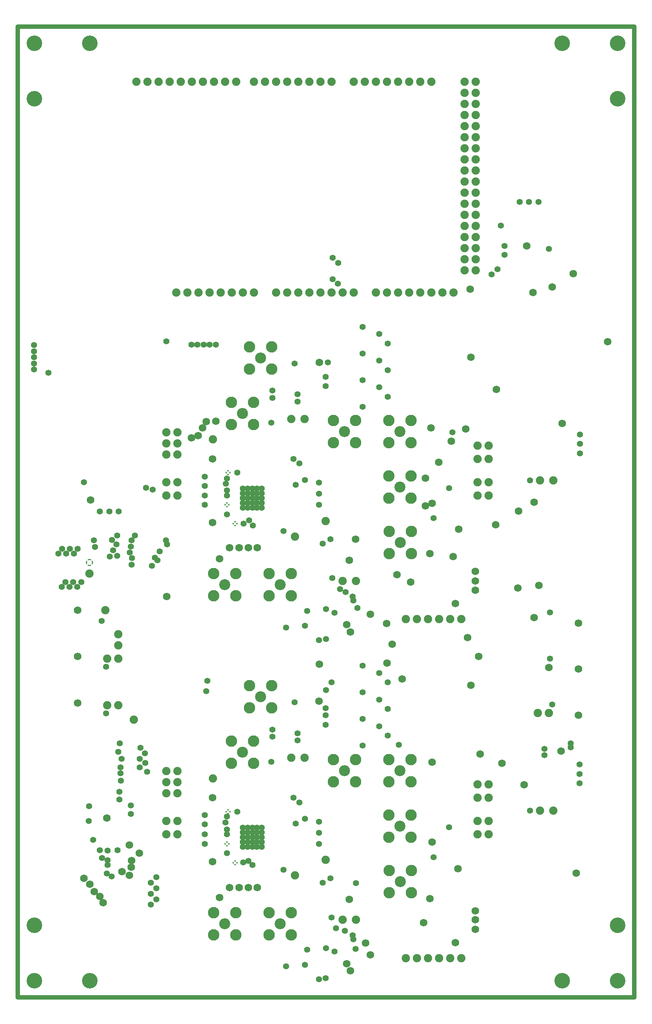
<source format=gbr>
G04*
G04 #@! TF.GenerationSoftware,Altium Limited,Altium Designer,23.5.1 (21)*
G04*
G04 Layer_Physical_Order=3*
G04 Layer_Color=128*
%FSLAX26Y26*%
%MOIN*%
G70*
G04*
G04 #@! TF.SameCoordinates,4C236C01-038B-46FF-8FFE-5AAE5B5B5E28*
G04*
G04*
G04 #@! TF.FilePolarity,Negative*
G04*
G01*
G75*
%ADD62C,0.040000*%
%ADD63C,0.140000*%
%ADD64C,0.075433*%
G04:AMPARAMS|DCode=66|XSize=65.433mil|YSize=65.433mil|CornerRadius=0mil|HoleSize=0mil|Usage=FLASHONLY|Rotation=0.000|XOffset=0mil|YOffset=0mil|HoleType=Round|Shape=Relief|Width=10mil|Gap=10mil|Entries=4|*
%AMTHD66*
7,0,0,0.065433,0.045433,0.010000,45*
%
%ADD66THD66*%
%ADD68C,0.099055*%
%ADD69C,0.055000*%
G04:AMPARAMS|DCode=70|XSize=45mil|YSize=45mil|CornerRadius=0mil|HoleSize=0mil|Usage=FLASHONLY|Rotation=0.000|XOffset=0mil|YOffset=0mil|HoleType=Round|Shape=Relief|Width=10mil|Gap=10mil|Entries=4|*
%AMTHD70*
7,0,0,0.045000,0.025000,0.010000,45*
%
%ADD70THD70*%
%ADD71C,0.068000*%
%ADD73C,0.102992*%
D62*
X0Y0D02*
Y8750000D01*
X5560000D01*
Y0D02*
Y8750000D01*
X0Y0D02*
X5560000D01*
D63*
X4910000Y150000D02*
D03*
X5410000Y650000D02*
D03*
Y8100000D02*
D03*
X4910000Y8600000D02*
D03*
X650000Y150000D02*
D03*
X150000Y650000D02*
D03*
Y8100000D02*
D03*
X650000Y8600000D02*
D03*
X150000D02*
D03*
Y150000D02*
D03*
X5410000Y8600000D02*
D03*
Y150000D02*
D03*
D64*
X4710000Y4660000D02*
D03*
X2465000Y5215000D02*
D03*
Y2160000D02*
D03*
X4710000Y1685000D02*
D03*
X2930000Y3755000D02*
D03*
Y700000D02*
D03*
X4130000Y6555000D02*
D03*
X4030000D02*
D03*
X2030000Y6355000D02*
D03*
X1930000D02*
D03*
X1370000Y8255000D02*
D03*
X4830000Y4660000D02*
D03*
X1440000Y4895000D02*
D03*
X1340000D02*
D03*
X1440000Y4995000D02*
D03*
X1340000D02*
D03*
X1440000Y5095000D02*
D03*
X1340000D02*
D03*
X1440000Y1840000D02*
D03*
X1340000D02*
D03*
X1440000Y1940000D02*
D03*
X1340000D02*
D03*
X1440000Y2040000D02*
D03*
X1340000D02*
D03*
X2585000Y2160000D02*
D03*
X3050000Y700000D02*
D03*
X1760000Y1975000D02*
D03*
X4000000Y355000D02*
D03*
X3900000D02*
D03*
X3800000D02*
D03*
X3700000D02*
D03*
X3600000D02*
D03*
X3500000D02*
D03*
X2500000Y1100000D02*
D03*
X2775000Y1240000D02*
D03*
X1440000Y1590000D02*
D03*
X1340000D02*
D03*
Y1470000D02*
D03*
X1440000D02*
D03*
X4145000Y1920000D02*
D03*
X4245000D02*
D03*
Y1800000D02*
D03*
X4145000D02*
D03*
Y1590000D02*
D03*
X4245000D02*
D03*
Y1470000D02*
D03*
X4145000D02*
D03*
X2775000Y4295000D02*
D03*
X1760000Y5030000D02*
D03*
X4245000Y4645000D02*
D03*
X4145000D02*
D03*
Y4525000D02*
D03*
X4245000D02*
D03*
Y4975000D02*
D03*
X4145000D02*
D03*
Y4855000D02*
D03*
X4245000D02*
D03*
X1340000Y4645000D02*
D03*
X1440000D02*
D03*
Y4525000D02*
D03*
X1340000D02*
D03*
X2500000Y4155000D02*
D03*
X4000000Y3410000D02*
D03*
X3900000D02*
D03*
X3800000D02*
D03*
X3700000D02*
D03*
X3600000D02*
D03*
X3500000D02*
D03*
X3050000Y3755000D02*
D03*
X2585000Y5215000D02*
D03*
X4690000Y2565000D02*
D03*
X4790000D02*
D03*
X805000Y2635000D02*
D03*
X905000D02*
D03*
X645000Y3820000D02*
D03*
X905000Y3055000D02*
D03*
X805000D02*
D03*
X905000Y3275000D02*
D03*
Y3175000D02*
D03*
X4830000Y1685000D02*
D03*
X2430000Y6355000D02*
D03*
X2630000D02*
D03*
X2530000D02*
D03*
X2830000D02*
D03*
X2730000D02*
D03*
X3030000D02*
D03*
X2930000D02*
D03*
X2330000D02*
D03*
X4130000Y6655000D02*
D03*
X4030000D02*
D03*
X4130000Y6955000D02*
D03*
Y6855000D02*
D03*
Y6755000D02*
D03*
Y7055000D02*
D03*
X4030000Y6955000D02*
D03*
Y6855000D02*
D03*
Y6755000D02*
D03*
Y7055000D02*
D03*
X4130000Y7455000D02*
D03*
Y7355000D02*
D03*
X4030000D02*
D03*
X4130000Y7255000D02*
D03*
X4030000D02*
D03*
X4130000Y7155000D02*
D03*
X4030000D02*
D03*
Y7455000D02*
D03*
X4130000Y7755000D02*
D03*
Y7655000D02*
D03*
Y7555000D02*
D03*
Y7855000D02*
D03*
X4030000Y7755000D02*
D03*
Y7655000D02*
D03*
Y7555000D02*
D03*
Y7855000D02*
D03*
X3130000Y8255000D02*
D03*
X3330000D02*
D03*
X3230000D02*
D03*
X3530000D02*
D03*
X3430000D02*
D03*
X3730000D02*
D03*
X3630000D02*
D03*
X3030000D02*
D03*
X2230000D02*
D03*
X2430000D02*
D03*
X2330000D02*
D03*
X2630000D02*
D03*
X2530000D02*
D03*
X2830000D02*
D03*
X2730000D02*
D03*
X1570000D02*
D03*
X1470000D02*
D03*
X1770000D02*
D03*
X1670000D02*
D03*
X1170000D02*
D03*
X1070000D02*
D03*
X1270000D02*
D03*
X1970000D02*
D03*
X1870000D02*
D03*
X2130000D02*
D03*
X4130000D02*
D03*
Y8155000D02*
D03*
X4030000D02*
D03*
X4130000Y8055000D02*
D03*
X4030000D02*
D03*
X4130000Y7955000D02*
D03*
X4030000D02*
D03*
Y8255000D02*
D03*
X3330000Y6355000D02*
D03*
X3530000D02*
D03*
X3430000D02*
D03*
X3730000D02*
D03*
X3630000D02*
D03*
X3930000D02*
D03*
X3830000D02*
D03*
X3230000D02*
D03*
X1530000D02*
D03*
X1730000D02*
D03*
X1630000D02*
D03*
X1830000D02*
D03*
X2130000D02*
D03*
X1430000D02*
D03*
X1045000Y2505000D02*
D03*
X790000Y3490000D02*
D03*
D66*
X645000Y3920000D02*
D03*
D68*
X2365000Y665000D02*
D03*
X2025000Y2210000D02*
D03*
X1865000Y665000D02*
D03*
X2945000Y2045000D02*
D03*
X2190000Y2710000D02*
D03*
X3445000Y2045000D02*
D03*
X3450000Y1045000D02*
D03*
X3445000Y1545000D02*
D03*
X3450000Y4100000D02*
D03*
X3445000Y4600000D02*
D03*
X2190000Y5765000D02*
D03*
X3445000Y5100000D02*
D03*
X1865000Y3720000D02*
D03*
X2945000Y5100000D02*
D03*
X2365000Y3720000D02*
D03*
X2025000Y5265000D02*
D03*
D69*
X4355144Y6956413D02*
D03*
X2028386Y1531614D02*
D03*
X2071693D02*
D03*
X2115000D02*
D03*
X2158307D02*
D03*
X2201614D02*
D03*
X2028386Y1488307D02*
D03*
X2071693D02*
D03*
X2115000D02*
D03*
X2158307D02*
D03*
X2201614D02*
D03*
X2028386Y1445000D02*
D03*
X2071693D02*
D03*
X2115000D02*
D03*
X2158307D02*
D03*
X2201614D02*
D03*
X2028386Y1401693D02*
D03*
X2071693D02*
D03*
X2115000D02*
D03*
X2158307D02*
D03*
X2201614D02*
D03*
X2028386Y1358386D02*
D03*
X2071693D02*
D03*
X2115000D02*
D03*
X2158307D02*
D03*
X2201614D02*
D03*
X2028386Y4586614D02*
D03*
X2071693D02*
D03*
X2115000D02*
D03*
X2158307D02*
D03*
X2201614D02*
D03*
X2028386Y4543307D02*
D03*
X2071693D02*
D03*
X2115000D02*
D03*
X2158307D02*
D03*
X2201614D02*
D03*
X2028386Y4500000D02*
D03*
X2071693D02*
D03*
X2115000D02*
D03*
X2158307D02*
D03*
X2201614D02*
D03*
X2028386Y4456693D02*
D03*
X2071693D02*
D03*
X2115000D02*
D03*
X2158307D02*
D03*
X2201614D02*
D03*
X2028386Y4413386D02*
D03*
X2071693D02*
D03*
X2115000D02*
D03*
X2158307D02*
D03*
X2201614D02*
D03*
X1335000Y4120000D02*
D03*
X3050000Y1030000D02*
D03*
X3436867Y2278048D02*
D03*
X3260000Y2925000D02*
D03*
X3335000Y2840000D02*
D03*
X3749134Y1264598D02*
D03*
X5065000Y2100000D02*
D03*
X5070000Y4990000D02*
D03*
Y5075000D02*
D03*
Y4905000D02*
D03*
X4985000Y2290000D02*
D03*
X4273873Y6516434D02*
D03*
X2840000Y6475000D02*
D03*
X2841075Y6666063D02*
D03*
X2885000Y6435000D02*
D03*
X2890000Y6620000D02*
D03*
X2523826Y5435566D02*
D03*
X4325000Y6565000D02*
D03*
X4790000Y6747500D02*
D03*
X4390000Y6773091D02*
D03*
X4525000Y7170000D02*
D03*
X4610000D02*
D03*
X4695000D02*
D03*
X4390000Y6695000D02*
D03*
X5065000Y1930000D02*
D03*
Y2015000D02*
D03*
X810000Y1325000D02*
D03*
X642169Y1725093D02*
D03*
X640000Y1590000D02*
D03*
X680000Y1420000D02*
D03*
X738870Y1327017D02*
D03*
X898870D02*
D03*
X810000Y1237500D02*
D03*
X760000Y1257500D02*
D03*
X2777914Y2458399D02*
D03*
X2777086Y2542500D02*
D03*
X2778087Y5510000D02*
D03*
X2775000Y5595000D02*
D03*
X910000Y4380000D02*
D03*
X825000D02*
D03*
X740000D02*
D03*
X1685000Y1385000D02*
D03*
Y1470000D02*
D03*
Y1642500D02*
D03*
Y1560000D02*
D03*
Y4695000D02*
D03*
Y4610000D02*
D03*
Y4440000D02*
D03*
Y4525000D02*
D03*
X1875000Y4630000D02*
D03*
X1886448Y4675966D02*
D03*
X1730000Y5882500D02*
D03*
X1675000D02*
D03*
X1620000D02*
D03*
X1565000D02*
D03*
X1785000D02*
D03*
X1340000Y5915000D02*
D03*
X145000Y5660000D02*
D03*
X275000Y5630000D02*
D03*
X145000Y5880000D02*
D03*
Y5825000D02*
D03*
Y5770000D02*
D03*
Y5715000D02*
D03*
X1980000Y4730000D02*
D03*
X3063793Y3510687D02*
D03*
X2907042Y3680000D02*
D03*
X2780000Y2770000D02*
D03*
X2777294Y2606484D02*
D03*
X2120000Y4255000D02*
D03*
X845000Y1090000D02*
D03*
X2034090Y1217500D02*
D03*
X1250000Y1085000D02*
D03*
X2115000Y1195000D02*
D03*
X2080000Y1230000D02*
D03*
X802865Y1117346D02*
D03*
X1200481Y835481D02*
D03*
X810000Y1195000D02*
D03*
X1886478Y1631464D02*
D03*
X1885000Y1515000D02*
D03*
Y4570000D02*
D03*
X2085000Y4300000D02*
D03*
X1874938Y1576102D02*
D03*
X400000Y4045000D02*
D03*
X540000D02*
D03*
X365000Y4000000D02*
D03*
X505000D02*
D03*
X470000Y4045000D02*
D03*
X435000Y4000000D02*
D03*
X465000Y3700000D02*
D03*
X573326Y3742148D02*
D03*
X500000Y3745000D02*
D03*
X535000Y3700000D02*
D03*
X430000Y3745000D02*
D03*
X395000Y3700000D02*
D03*
X925000Y2075000D02*
D03*
Y2020000D02*
D03*
X930000Y1955000D02*
D03*
X935000Y2150000D02*
D03*
X905000Y2215000D02*
D03*
X920000Y2290000D02*
D03*
X1165000Y2035000D02*
D03*
X1100000Y2075000D02*
D03*
X1150000Y2115000D02*
D03*
X1100000Y2150000D02*
D03*
X1145000Y2200000D02*
D03*
X1105000Y2250000D02*
D03*
X1710000Y2855000D02*
D03*
X1700000Y2760000D02*
D03*
X2830000Y2840000D02*
D03*
X860000Y4030000D02*
D03*
X830000Y3975000D02*
D03*
X895000Y3980000D02*
D03*
X890000Y4085000D02*
D03*
X850000Y4125000D02*
D03*
X895000Y4165000D02*
D03*
X685000Y4120000D02*
D03*
X695000Y4060000D02*
D03*
X1025000Y3900000D02*
D03*
X1030000Y3960000D02*
D03*
X1010000Y4010000D02*
D03*
X1020000Y4065000D02*
D03*
X1025000Y4120000D02*
D03*
X1055000Y4165000D02*
D03*
X4985000Y2255000D02*
D03*
X4750000Y2185000D02*
D03*
Y2240000D02*
D03*
X595000Y4645000D02*
D03*
X1157518Y4593056D02*
D03*
X1216236Y4576658D02*
D03*
X3028092Y521908D02*
D03*
X2855000Y412500D02*
D03*
X3046116Y438010D02*
D03*
X3020000Y560000D02*
D03*
X1020000Y1730000D02*
D03*
Y1655000D02*
D03*
X915000Y1855000D02*
D03*
Y1785000D02*
D03*
X795000Y2560000D02*
D03*
X2830000Y720000D02*
D03*
X2870000Y625000D02*
D03*
X2835910Y3780910D02*
D03*
X3028092Y3576908D02*
D03*
X2957500Y3655000D02*
D03*
X2855000Y3467500D02*
D03*
X3020000Y3615000D02*
D03*
X2495000Y2660000D02*
D03*
X2715000Y3220000D02*
D03*
X4620000Y4660000D02*
D03*
X4818832Y2640000D02*
D03*
X4800000Y3055000D02*
D03*
X2420000Y3335000D02*
D03*
X2780000Y3230000D02*
D03*
Y3500000D02*
D03*
X2775000Y175000D02*
D03*
X2780000Y445000D02*
D03*
X757500Y3395000D02*
D03*
X1345000Y4082500D02*
D03*
X1260000Y3940000D02*
D03*
X1210000Y3890000D02*
D03*
X1235480Y3964520D02*
D03*
X1280984Y4019016D02*
D03*
X1250000Y985000D02*
D03*
X1200000Y1035000D02*
D03*
X1250000Y885000D02*
D03*
X1200000Y935000D02*
D03*
X795000Y2980000D02*
D03*
X2590000Y295000D02*
D03*
X2715000Y165000D02*
D03*
X3110000Y2990000D02*
D03*
X2487500Y1800000D02*
D03*
X2540738Y1758430D02*
D03*
X3890000Y1535000D02*
D03*
X2506542Y1565758D02*
D03*
X2590000Y1610000D02*
D03*
X2523826Y2380566D02*
D03*
X2295000Y2415000D02*
D03*
X2523826Y2315566D02*
D03*
X2295000Y2350000D02*
D03*
X2285000Y2125000D02*
D03*
X2950000Y600000D02*
D03*
X2750000Y1035000D02*
D03*
X2820000Y1075000D02*
D03*
X3110000Y2510000D02*
D03*
Y2270000D02*
D03*
X2610000Y430000D02*
D03*
X2420000Y280000D02*
D03*
X3110000Y2750000D02*
D03*
X3335000Y2600000D02*
D03*
Y2360000D02*
D03*
X2715000Y1585000D02*
D03*
Y1485000D02*
D03*
Y1385000D02*
D03*
X1885000Y1300000D02*
D03*
X1980000Y1675000D02*
D03*
X2395000Y1150000D02*
D03*
X2487500Y4855000D02*
D03*
X2295000Y5470000D02*
D03*
X2523826Y5370566D02*
D03*
X2295000Y5405000D02*
D03*
X2750000Y4090000D02*
D03*
X2590000Y4665000D02*
D03*
X2610000Y3485000D02*
D03*
X2495000Y5715000D02*
D03*
X2795000Y5725000D02*
D03*
X2715000Y4440000D02*
D03*
Y4540000D02*
D03*
Y4640000D02*
D03*
X2540738Y4813430D02*
D03*
X2285000Y5180000D02*
D03*
X4620000Y1685000D02*
D03*
X4800000Y3470000D02*
D03*
X1885000Y1470000D02*
D03*
X3260000Y2685000D02*
D03*
Y2445000D02*
D03*
X2395000Y4205000D02*
D03*
X2035000Y4270000D02*
D03*
X1885000Y4355000D02*
D03*
X3335000Y5415000D02*
D03*
Y5655000D02*
D03*
Y5895000D02*
D03*
X3920000Y5095000D02*
D03*
X2820000Y4130000D02*
D03*
X2506542Y4620758D02*
D03*
X2590000Y3350000D02*
D03*
X3110000Y5805000D02*
D03*
Y5565000D02*
D03*
X3260000Y5740000D02*
D03*
Y5500000D02*
D03*
X3110000Y5325000D02*
D03*
Y6045000D02*
D03*
X3260000Y5980000D02*
D03*
X3749134Y4319598D02*
D03*
X3890000Y4590000D02*
D03*
X1885000Y4525000D02*
D03*
D70*
X1895000Y4730000D02*
D03*
X1885000Y1385000D02*
D03*
X1895000Y1675000D02*
D03*
X1960000Y1215000D02*
D03*
X1885000Y4440000D02*
D03*
X1960000Y4270000D02*
D03*
D71*
X3925000Y3975000D02*
D03*
X3420000Y3810000D02*
D03*
X3180012Y3453800D02*
D03*
X4310000Y4260000D02*
D03*
X4645000Y6355000D02*
D03*
X4315000Y5480000D02*
D03*
X4085000Y2815000D02*
D03*
X3465000Y2870000D02*
D03*
X2720000Y3005000D02*
D03*
X5320000Y5910000D02*
D03*
X4820000Y6405000D02*
D03*
X5035000Y1120000D02*
D03*
X5010000Y6525000D02*
D03*
X5055000Y3375000D02*
D03*
X4085000Y5770000D02*
D03*
X4080000Y6385000D02*
D03*
X3675000Y4680000D02*
D03*
X3045000Y4130000D02*
D03*
X3675000Y4430000D02*
D03*
X3795000Y4825000D02*
D03*
X3910000Y5015000D02*
D03*
X4040000Y5125000D02*
D03*
X4590000Y6775000D02*
D03*
X4910000Y5175000D02*
D03*
X4125000Y3670000D02*
D03*
Y3755000D02*
D03*
Y3840000D02*
D03*
Y615000D02*
D03*
Y700000D02*
D03*
Y780000D02*
D03*
X1025000Y1232500D02*
D03*
X2160000Y990000D02*
D03*
X2080000D02*
D03*
X1995000D02*
D03*
X1910000D02*
D03*
X1820000Y900000D02*
D03*
X2160000Y4055000D02*
D03*
X2080000D02*
D03*
X1995000D02*
D03*
X1910000D02*
D03*
X1755000Y4855000D02*
D03*
X1700000Y5190000D02*
D03*
X1785000Y5195000D02*
D03*
X1665000Y5135000D02*
D03*
X1627500Y5065000D02*
D03*
X4515000Y4385000D02*
D03*
X4655000Y4465000D02*
D03*
X4700000Y3715000D02*
D03*
X4655000Y3425000D02*
D03*
X3375000Y3185000D02*
D03*
X3325000Y3370000D02*
D03*
X2715000Y2670000D02*
D03*
X4900502Y2220000D02*
D03*
X1005000Y1375000D02*
D03*
X1565000Y5045000D02*
D03*
X770000Y855000D02*
D03*
X740000Y910000D02*
D03*
X595000Y1075000D02*
D03*
X650000Y1020000D02*
D03*
X690000Y955000D02*
D03*
X1005000Y1100000D02*
D03*
X1022751Y1172249D02*
D03*
X940000Y1135000D02*
D03*
X1095000Y1300000D02*
D03*
X540000Y3490000D02*
D03*
X4510000Y3690000D02*
D03*
X3660000Y675000D02*
D03*
X3715000Y890000D02*
D03*
X3180000Y385000D02*
D03*
X3542426Y3742574D02*
D03*
X3715000Y4000000D02*
D03*
X3735000Y2120000D02*
D03*
X4790000Y2975000D02*
D03*
X4170000Y2195000D02*
D03*
X4567648Y1917648D02*
D03*
X4365000Y2110000D02*
D03*
X4055000Y3245000D02*
D03*
X4155000Y3075000D02*
D03*
X3975000Y4220000D02*
D03*
X3970000Y1160000D02*
D03*
X3330000Y3015000D02*
D03*
X2965000Y3360000D02*
D03*
X1344950Y3612886D02*
D03*
X803290Y1616198D02*
D03*
X540000Y2655000D02*
D03*
Y3075000D02*
D03*
X655000Y4485000D02*
D03*
X5055000Y2545000D02*
D03*
Y2960000D02*
D03*
X3945000Y495000D02*
D03*
X1755000Y1225000D02*
D03*
Y1800000D02*
D03*
X2990000Y885000D02*
D03*
X3135000Y490000D02*
D03*
X2965000Y305000D02*
D03*
X3000000Y240000D02*
D03*
Y3295000D02*
D03*
X2990000Y3940000D02*
D03*
X3945000Y3550000D02*
D03*
X3735000Y1400000D02*
D03*
X1820000Y3955000D02*
D03*
X2720000Y5725000D02*
D03*
X3735000Y4455000D02*
D03*
X3725000Y5135000D02*
D03*
X1755000Y4280000D02*
D03*
D73*
X3545000Y5200000D02*
D03*
X3345000D02*
D03*
X3545000Y5000000D02*
D03*
X3345000Y4700000D02*
D03*
Y5000000D02*
D03*
X3545000Y4500000D02*
D03*
Y4700000D02*
D03*
X3550000Y4200000D02*
D03*
X3350000D02*
D03*
X3345000Y4500000D02*
D03*
X3550000Y4000000D02*
D03*
X3350000D02*
D03*
X2845000Y5200000D02*
D03*
X2290000Y5665000D02*
D03*
Y5865000D02*
D03*
X3045000Y5200000D02*
D03*
Y5000000D02*
D03*
X2845000D02*
D03*
X2125000Y5165000D02*
D03*
Y5365000D02*
D03*
X2465000Y3620000D02*
D03*
Y3820000D02*
D03*
X2265000Y3620000D02*
D03*
Y3820000D02*
D03*
X3545000Y1645000D02*
D03*
Y1945000D02*
D03*
X3550000Y1145000D02*
D03*
Y945000D02*
D03*
X3545000Y2145000D02*
D03*
X3345000Y1645000D02*
D03*
Y1945000D02*
D03*
X3545000Y1445000D02*
D03*
X3350000Y1145000D02*
D03*
X3345000Y1445000D02*
D03*
Y2145000D02*
D03*
X3350000Y945000D02*
D03*
X2845000Y2145000D02*
D03*
X2290000Y2610000D02*
D03*
Y2810000D02*
D03*
X3045000Y2145000D02*
D03*
Y1945000D02*
D03*
X2845000D02*
D03*
X2125000Y2110000D02*
D03*
Y2310000D02*
D03*
X2465000Y565000D02*
D03*
Y765000D02*
D03*
X2265000Y565000D02*
D03*
Y765000D02*
D03*
X2090000Y5865000D02*
D03*
Y5665000D02*
D03*
X1925000Y5165000D02*
D03*
Y5365000D02*
D03*
X2090000Y2810000D02*
D03*
Y2610000D02*
D03*
X1965000Y3820000D02*
D03*
Y3620000D02*
D03*
X1925000Y2110000D02*
D03*
Y2310000D02*
D03*
X1765000Y3620000D02*
D03*
Y3820000D02*
D03*
X1965000Y765000D02*
D03*
Y565000D02*
D03*
X1765000D02*
D03*
Y765000D02*
D03*
M02*

</source>
